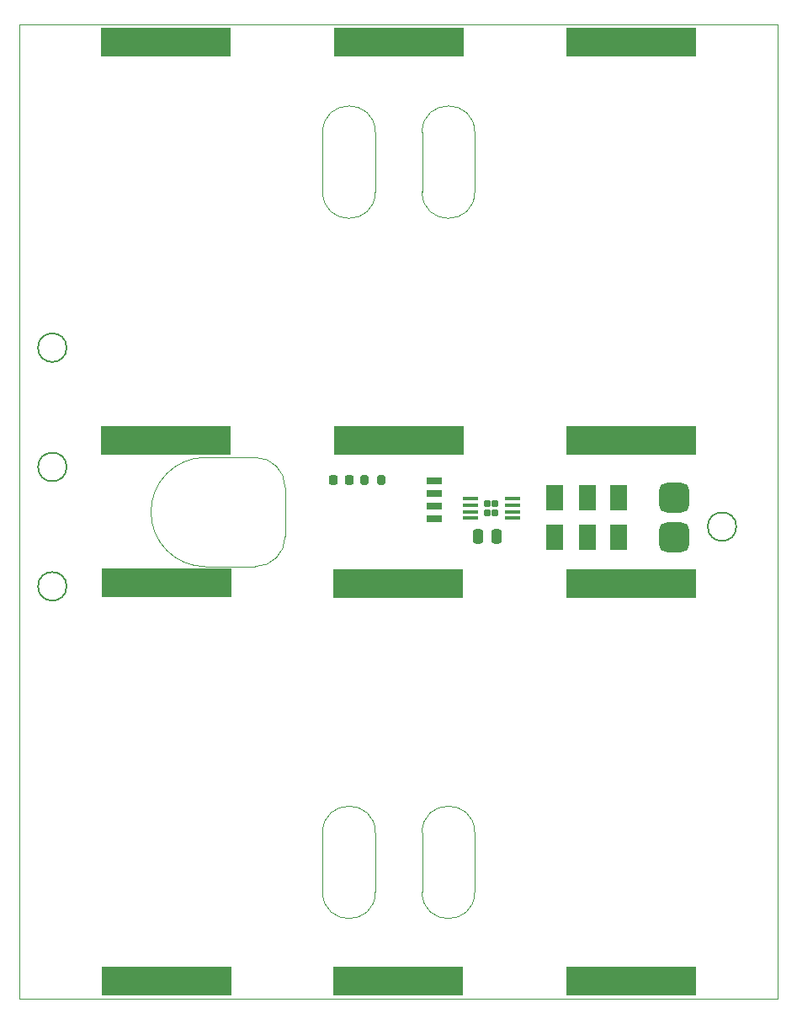
<source format=gbr>
%TF.GenerationSoftware,KiCad,Pcbnew,9.0.0*%
%TF.CreationDate,2025-04-21T01:21:51-04:00*%
%TF.ProjectId,xy_faces_CUpayload_v2,78795f66-6163-4657-935f-43557061796c,3.0*%
%TF.SameCoordinates,Original*%
%TF.FileFunction,Paste,Top*%
%TF.FilePolarity,Positive*%
%FSLAX46Y46*%
G04 Gerber Fmt 4.6, Leading zero omitted, Abs format (unit mm)*
G04 Created by KiCad (PCBNEW 9.0.0) date 2025-04-21 01:21:51*
%MOMM*%
%LPD*%
G01*
G04 APERTURE LIST*
G04 Aperture macros list*
%AMRoundRect*
0 Rectangle with rounded corners*
0 $1 Rounding radius*
0 $2 $3 $4 $5 $6 $7 $8 $9 X,Y pos of 4 corners*
0 Add a 4 corners polygon primitive as box body*
4,1,4,$2,$3,$4,$5,$6,$7,$8,$9,$2,$3,0*
0 Add four circle primitives for the rounded corners*
1,1,$1+$1,$2,$3*
1,1,$1+$1,$4,$5*
1,1,$1+$1,$6,$7*
1,1,$1+$1,$8,$9*
0 Add four rect primitives between the rounded corners*
20,1,$1+$1,$2,$3,$4,$5,0*
20,1,$1+$1,$4,$5,$6,$7,0*
20,1,$1+$1,$6,$7,$8,$9,0*
20,1,$1+$1,$8,$9,$2,$3,0*%
G04 Aperture macros list end*
%ADD10RoundRect,0.157500X0.157500X0.217500X-0.157500X0.217500X-0.157500X-0.217500X0.157500X-0.217500X0*%
%ADD11RoundRect,0.100000X0.687500X0.100000X-0.687500X0.100000X-0.687500X-0.100000X0.687500X-0.100000X0*%
%ADD12R,13.000000X3.000000*%
%ADD13RoundRect,0.750000X0.750000X-0.750000X0.750000X0.750000X-0.750000X0.750000X-0.750000X-0.750000X0*%
%ADD14R,1.700000X2.500000*%
%ADD15RoundRect,0.250000X-0.250000X-0.475000X0.250000X-0.475000X0.250000X0.475000X-0.250000X0.475000X0*%
%ADD16R,1.600000X0.700000*%
%ADD17RoundRect,0.218750X-0.218750X-0.256250X0.218750X-0.256250X0.218750X0.256250X-0.218750X0.256250X0*%
%ADD18RoundRect,0.200000X0.200000X0.275000X-0.200000X0.275000X-0.200000X-0.275000X0.200000X-0.275000X0*%
%TA.AperFunction,Profile*%
%ADD19C,0.050000*%
%TD*%
%TA.AperFunction,Profile*%
%ADD20C,0.100000*%
%TD*%
%TA.AperFunction,Profile*%
%ADD21C,0.200000*%
%TD*%
G04 APERTURE END LIST*
D10*
%TO.C,U2*%
X154200000Y-114870000D03*
X154200000Y-113970000D03*
X153450000Y-114870000D03*
X153450000Y-113970000D03*
D11*
X155937500Y-115395000D03*
X155937500Y-114745000D03*
X155937500Y-114095000D03*
X155937500Y-113445000D03*
X151712500Y-113445000D03*
X151712500Y-114095000D03*
X151712500Y-114745000D03*
X151712500Y-115395000D03*
%TD*%
D12*
%TO.C,SC5*%
X167860000Y-67570000D03*
X167860000Y-107570000D03*
%TD*%
D13*
%TO.C,TP1*%
X172200000Y-113300000D03*
%TD*%
D14*
%TO.C,D3*%
X166650000Y-117350000D03*
X166650000Y-113350000D03*
%TD*%
D13*
%TO.C,TP2*%
X172225000Y-117300000D03*
%TD*%
D14*
%TO.C,D1*%
X160200000Y-117350000D03*
X160200000Y-113350000D03*
%TD*%
D12*
%TO.C,SC3*%
X144490000Y-67570000D03*
X144490000Y-107570000D03*
%TD*%
%TO.C,SC4*%
X144450000Y-121940000D03*
X144450000Y-161940000D03*
%TD*%
%TO.C,SC2*%
X121120000Y-121920000D03*
X121120000Y-161920000D03*
%TD*%
D14*
%TO.C,D2*%
X163450000Y-117350000D03*
X163450000Y-113350000D03*
%TD*%
D12*
%TO.C,SC6*%
X167850000Y-121950000D03*
X167850000Y-161950000D03*
%TD*%
D15*
%TO.C,C2*%
X152450000Y-117200000D03*
X154350000Y-117200000D03*
%TD*%
D16*
%TO.C,U1*%
X148075000Y-115430000D03*
X148075000Y-114160000D03*
X148075000Y-112890000D03*
X148075000Y-111620000D03*
%TD*%
D17*
%TO.C,D4*%
X137912500Y-111525000D03*
X139487500Y-111525000D03*
%TD*%
D12*
%TO.C,SC1*%
X121090000Y-67570000D03*
X121090000Y-107570000D03*
%TD*%
D18*
%TO.C,R1*%
X142725000Y-111550000D03*
X141075000Y-111550000D03*
%TD*%
D19*
X136850000Y-153000000D02*
X136850000Y-147000000D01*
X142150000Y-153000000D02*
X142150000Y-147000000D01*
X146850000Y-147000000D02*
X146850000Y-153000000D01*
X152150000Y-153000000D02*
X152150000Y-147000000D01*
X142150000Y-76600000D02*
X142150000Y-82600000D01*
X136850000Y-76600000D02*
X136850000Y-82600000D01*
X146850000Y-76600000D02*
X146850000Y-82600000D01*
X152150000Y-76600000D02*
X152150000Y-82600000D01*
X142150000Y-82600000D02*
G75*
G02*
X136850000Y-82600000I-2650000J0D01*
G01*
D20*
X106350000Y-65750000D02*
X182650000Y-65750000D01*
X182650000Y-163750000D01*
X106350000Y-163750000D01*
X106350000Y-65750000D01*
D19*
X133075000Y-117262500D02*
G75*
G02*
X130075000Y-120262500I-3000000J0D01*
G01*
X146850000Y-76600000D02*
G75*
G02*
X152150000Y-76600000I2650000J0D01*
G01*
X136850000Y-76600000D02*
G75*
G02*
X142150000Y-76600000I2650000J0D01*
G01*
X125050000Y-120262500D02*
G75*
G02*
X125050000Y-109287500I12500J5487500D01*
G01*
X136850000Y-147000000D02*
G75*
G02*
X142150000Y-147000000I2650000J0D01*
G01*
X125050000Y-120262500D02*
X130075000Y-120262500D01*
X142150000Y-153000000D02*
G75*
G02*
X136850000Y-153000000I-2650000J0D01*
G01*
D21*
X111087500Y-98250000D02*
G75*
G02*
X108212500Y-98250000I-1437500J0D01*
G01*
X108212500Y-98250000D02*
G75*
G02*
X111087500Y-98250000I1437500J0D01*
G01*
D19*
X146850000Y-147000000D02*
G75*
G02*
X152150000Y-147000000I2650000J0D01*
G01*
D21*
X111087500Y-110250000D02*
G75*
G02*
X108212500Y-110250000I-1437500J0D01*
G01*
X108212500Y-110250000D02*
G75*
G02*
X111087500Y-110250000I1437500J0D01*
G01*
X111087500Y-122250000D02*
G75*
G02*
X108212500Y-122250000I-1437500J0D01*
G01*
X108212500Y-122250000D02*
G75*
G02*
X111087500Y-122250000I1437500J0D01*
G01*
D19*
X152150000Y-153000000D02*
G75*
G02*
X146850000Y-153000000I-2650000J0D01*
G01*
X125050000Y-109287500D02*
X130075000Y-109287500D01*
D21*
X178462500Y-116250000D02*
G75*
G02*
X175587500Y-116250000I-1437500J0D01*
G01*
X175587500Y-116250000D02*
G75*
G02*
X178462500Y-116250000I1437500J0D01*
G01*
D19*
X133075000Y-117262500D02*
X133075000Y-112287500D01*
X152150000Y-82600000D02*
G75*
G02*
X146850000Y-82600000I-2650000J0D01*
G01*
X130075000Y-109287500D02*
G75*
G02*
X133075000Y-112287500I0J-3000000D01*
G01*
M02*

</source>
